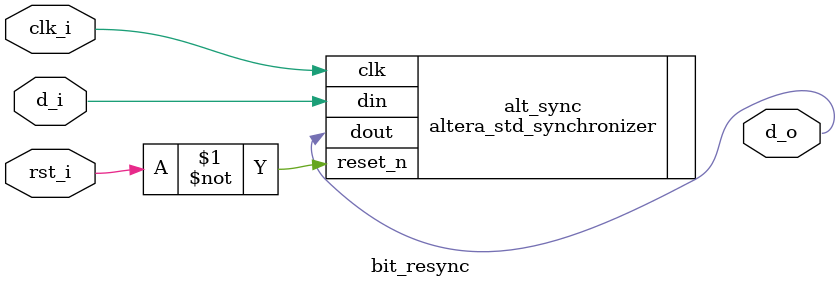
<source format=sv>
/*
  Legal Notice: Copyright 2015 STC Metrotek.

  This file is part of the EthOnd BSP.

  EthOnd BSP is free software: you can redistribute it and/or modify
  it under the terms of the GNU General Public License as published by
  the Free Software Foundation, either version 3 of the License, or
  (at your option) any later version.

  EthOnd BSP is distributed in the hope that it will be useful, but
  WITHOUT ANY WARRANTY; without even the implied warranty of
  MERCHANTABILITY or FITNESS FOR A PARTICULAR PURPOSE. See the
  GNU General Public License for more details.

  You should have received a copy of the GNU General Public License
  along with EthOnd BSP. If not, see <http://www.gnu.org/licenses/>.
*/

module bit_resync #( 
  parameter SYNC_DEPTH = 3 
)
(
  input  clk_i,
  input  rst_i,

  input  d_i,
  output d_o

);

altera_std_synchronizer #( 
  .depth              ( SYNC_DEPTH ) 
) alt_sync (
  .clk                (  clk_i     ), 
  .reset_n            ( ~rst_i     ), 
  .din                (  d_i       ), 
  .dout               (  d_o       ) 
);

endmodule

</source>
